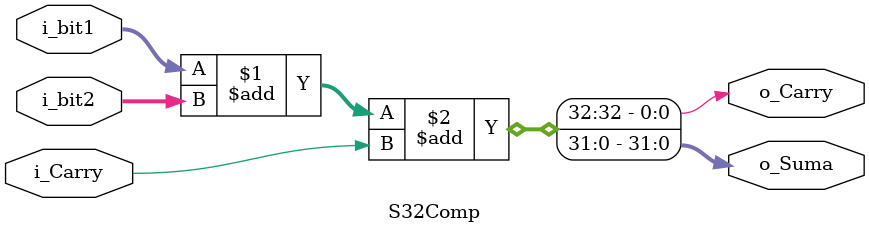
<source format=v>
module S32Comp (
input [31:0] i_bit1,
input [31:0] i_bit2,
input i_Carry,
output [31:0] o_Suma,
output o_Carry
);
assign {o_Carry, o_Suma} = i_bit1 + i_bit2 + i_Carry;

endmodule

</source>
